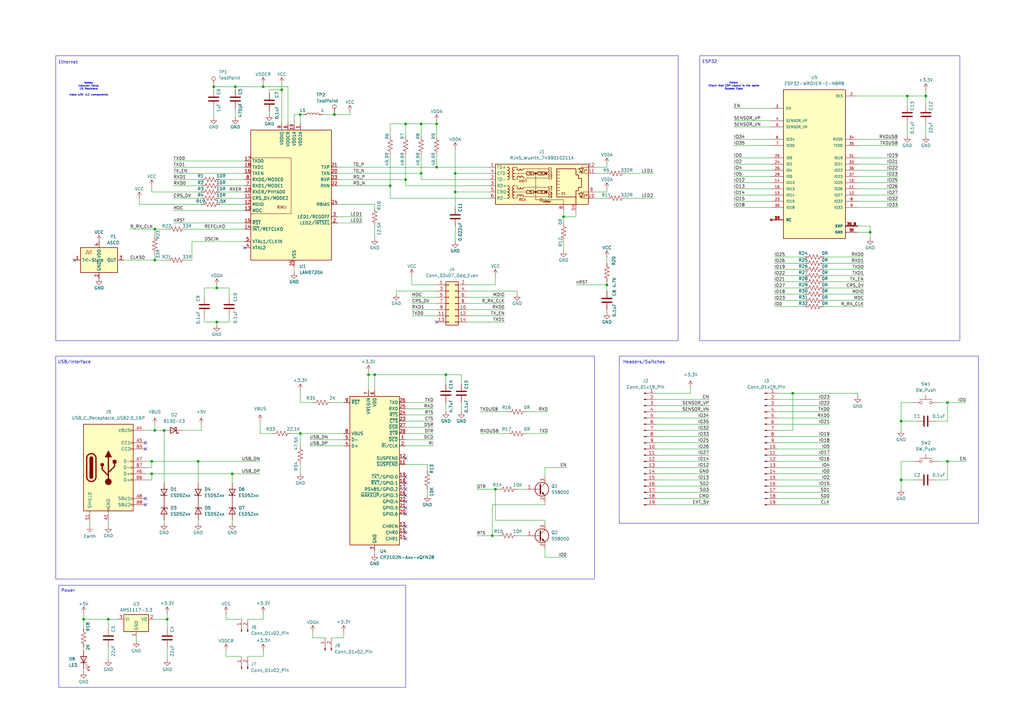
<source format=kicad_sch>
(kicad_sch (version 20250114) (generator "eeschema") (generator_version "9.0")
  (paper "A3")
  (rectangle (start 22.86 146.05) (end 243.84 237.49))
  (rectangle (start 22.86 22.86) (end 278.13 139.7))
  (rectangle (start 287.02 22.86) (end 393.7 139.7))
  (rectangle (start 24.13 240.03) (end 166.37 281.94))
  (rectangle (start 254 146.05) (end 401.32 214.63))
  (text "Notes:\nInductor Value\n1% Resistors\n\nmake with JLC components" (at 36.322 36.576 0) (effects (font (size 0.762 0.762))))
  (text "ESP32" (at 291.084 25.4 0) (effects (font (size 1.27 1.27))))
  (text "Ethernet" (at 27.94 25.654 0) (effects (font (size 1.27 1.27))))
  (text "USB/Interface" (at 30.48 148.59 0) (effects (font (size 1.27 1.27))))
  (text "Notes:\nCheck that ESP Layout is the same\nBypass Caps" (at 300.99 35.306 0) (effects (font (size 0.762 0.762))))
  (text "Power" (at 27.94 242.316 0) (effects (font (size 1.27 1.27))))
  (text "Headers/Switches" (at 264.16 148.59 0) (effects (font (size 1.27 1.27))))
  (junction (at 63.5 93.98))
  (junction (at 160.02 76.2))
  (junction (at 62.23 194.31))
  (junction (at 115.57 36.83))
  (junction (at 186.69 78.74))
  (junction (at 369.57 172.72))
  (junction (at 62.23 189.23))
  (junction (at 123.19 177.8))
  (junction (at 151.13 153.67))
  (junction (at 153.67 153.67))
  (junction (at 88.9 118.11))
  (junction (at 186.69 71.12))
  (junction (at 68.58 254))
  (junction (at 166.37 50.8))
  (junction (at 95.25 194.31))
  (junction (at 107.95 35.56))
  (junction (at 166.37 73.66))
  (junction (at 248.92 116.84))
  (junction (at 182.88 153.67))
  (junction (at 67.31 176.53))
  (junction (at 388.62 165.1))
  (junction (at 34.29 254))
  (junction (at 123.19 46.99))
  (junction (at 231.14 88.9))
  (junction (at 356.87 95.25))
  (junction (at 388.62 189.23))
  (junction (at 201.93 219.71))
  (junction (at 88.9 132.08))
  (junction (at 44.45 254))
  (junction (at 203.2 200.66))
  (junction (at 63.5 176.53))
  (junction (at 172.72 50.8))
  (junction (at 87.63 35.56))
  (junction (at 372.11 39.37))
  (junction (at 96.52 35.56))
  (junction (at 137.16 46.99))
  (junction (at 63.5 106.68))
  (junction (at 369.57 196.85))
  (junction (at 172.72 71.12))
  (junction (at 81.28 189.23))
  (junction (at 379.73 39.37))
  (junction (at 179.07 68.58))
  (junction (at 325.12 161.29))
  (junction (at 179.07 50.8))
  (no_connect (at 100.33 101.6))
  (no_connect (at 166.37 208.28))
  (no_connect (at 166.37 200.66))
  (no_connect (at 30.48 106.68))
  (no_connect (at 166.37 218.44))
  (no_connect (at 166.37 215.9))
  (no_connect (at 166.37 210.82))
  (no_connect (at 166.37 195.58))
  (no_connect (at 59.69 181.61))
  (no_connect (at 166.37 187.96))
  (no_connect (at 166.37 203.2))
  (no_connect (at 59.69 207.01))
  (no_connect (at 59.69 204.47))
  (no_connect (at 166.37 198.12))
  (no_connect (at 179.07 132.08))
  (no_connect (at 59.69 184.15))
  (no_connect (at 166.37 205.74))
  (no_connect (at 166.37 220.98))
  (wire (pts (xy 175.26 200.66) (xy 175.26 203.2)))
  (wire (pts (xy 300.99 85.09) (xy 316.23 85.09)))
  (wire (pts (xy 106.68 177.8) (xy 111.76 177.8)))
  (wire (pts (xy 318.77 171.45) (xy 340.36 171.45)))
  (wire (pts (xy 88.9 116.84) (xy 88.9 118.11)))
  (wire (pts (xy 189.23 157.48) (xy 189.23 153.67)))
  (wire (pts (xy 162.56 120.65) (xy 162.56 119.38)))
  (wire (pts (xy 88.9 118.11) (xy 83.82 118.11)))
  (wire (pts (xy 232.41 191.77) (xy 223.52 191.77)))
  (wire (pts (xy 318.77 163.83) (xy 340.36 163.83)))
  (wire (pts (xy 63.5 173.99) (xy 63.5 176.53)))
  (wire (pts (xy 168.91 127) (xy 179.07 127)))
  (wire (pts (xy 90.17 81.28) (xy 100.33 81.28)))
  (wire (pts (xy 318.77 184.15) (xy 340.36 184.15)))
  (wire (pts (xy 93.98 118.11) (xy 93.98 121.92)))
  (wire (pts (xy 177.8 177.8) (xy 166.37 177.8)))
  (wire (pts (xy 44.45 254) (xy 44.45 257.81)))
  (wire (pts (xy 267.97 81.28) (xy 256.54 81.28)))
  (wire (pts (xy 267.97 71.12) (xy 256.54 71.12)))
  (wire (pts (xy 110.49 38.1) (xy 110.49 36.83)))
  (wire (pts (xy 44.45 254) (xy 48.26 254)))
  (wire (pts (xy 168.91 121.92) (xy 179.07 121.92)))
  (wire (pts (xy 177.8 170.18) (xy 166.37 170.18)))
  (wire (pts (xy 300.99 72.39) (xy 316.23 72.39)))
  (wire (pts (xy 318.77 191.77) (xy 340.36 191.77)))
  (wire (pts (xy 135.89 165.1) (xy 140.97 165.1)))
  (wire (pts (xy 62.23 194.31) (xy 59.69 194.31)))
  (wire (pts (xy 128.27 259.08) (xy 128.27 261.62)))
  (wire (pts (xy 93.98 129.54) (xy 93.98 132.08)))
  (wire (pts (xy 62.23 191.77) (xy 62.23 189.23)))
  (wire (pts (xy 81.28 189.23) (xy 81.28 198.12)))
  (wire (pts (xy 203.2 200.66) (xy 203.2 213.36)))
  (wire (pts (xy 318.77 201.93) (xy 340.36 201.93)))
  (wire (pts (xy 243.84 78.74) (xy 248.92 78.74)))
  (wire (pts (xy 166.37 76.2) (xy 200.66 76.2)))
  (wire (pts (xy 166.37 190.5) (xy 175.26 190.5)))
  (wire (pts (xy 223.52 224.79) (xy 223.52 228.6)))
  (wire (pts (xy 63.5 93.98) (xy 68.58 93.98)))
  (wire (pts (xy 351.79 74.93) (xy 368.3 74.93)))
  (wire (pts (xy 53.34 93.98) (xy 63.5 93.98)))
  (wire (pts (xy 132.08 46.99) (xy 137.16 46.99)))
  (wire (pts (xy 172.72 63.5) (xy 172.72 71.12)))
  (wire (pts (xy 196.85 177.8) (xy 208.28 177.8)))
  (wire (pts (xy 351.79 85.09) (xy 368.3 85.09)))
  (wire (pts (xy 115.57 36.83) (xy 115.57 50.8)))
  (wire (pts (xy 76.2 106.68) (xy 78.74 106.68)))
  (wire (pts (xy 92.71 251.46) (xy 92.71 254)))
  (wire (pts (xy 337.82 118.11) (xy 354.33 118.11)))
  (wire (pts (xy 106.68 194.31) (xy 95.25 194.31)))
  (wire (pts (xy 300.99 49.53) (xy 316.23 49.53)))
  (wire (pts (xy 177.8 175.26) (xy 166.37 175.26)))
  (wire (pts (xy 166.37 73.66) (xy 166.37 76.2)))
  (wire (pts (xy 351.79 80.01) (xy 368.3 80.01)))
  (wire (pts (xy 71.12 71.12) (xy 100.33 71.12)))
  (wire (pts (xy 95.25 194.31) (xy 62.23 194.31)))
  (wire (pts (xy 351.79 69.85) (xy 368.3 69.85)))
  (wire (pts (xy 317.5 113.03) (xy 330.2 113.03)))
  (wire (pts (xy 317.5 105.41) (xy 330.2 105.41)))
  (wire (pts (xy 96.52 44.45) (xy 96.52 48.26)))
  (wire (pts (xy 388.62 172.72) (xy 388.62 165.1)))
  (wire (pts (xy 203.2 116.84) (xy 203.2 113.03)))
  (wire (pts (xy 223.52 207.01) (xy 223.52 205.74)))
  (wire (pts (xy 88.9 118.11) (xy 93.98 118.11)))
  (wire (pts (xy 248.92 68.58) (xy 248.92 67.31)))
  (wire (pts (xy 318.77 194.31) (xy 340.36 194.31)))
  (wire (pts (xy 153.67 153.67) (xy 182.88 153.67)))
  (wire (pts (xy 191.77 116.84) (xy 203.2 116.84)))
  (wire (pts (xy 201.93 219.71) (xy 201.93 207.01)))
  (wire (pts (xy 153.67 153.67) (xy 153.67 160.02)))
  (wire (pts (xy 369.57 189.23) (xy 369.57 196.85)))
  (wire (pts (xy 81.28 189.23) (xy 62.23 189.23)))
  (wire (pts (xy 123.19 165.1) (xy 128.27 165.1)))
  (wire (pts (xy 63.5 106.68) (xy 68.58 106.68)))
  (wire (pts (xy 115.57 34.29) (xy 115.57 36.83)))
  (wire (pts (xy 388.62 196.85) (xy 388.62 189.23)))
  (wire (pts (xy 68.58 254) (xy 68.58 251.46)))
  (wire (pts (xy 153.67 153.67) (xy 151.13 153.67)))
  (wire (pts (xy 127 180.34) (xy 140.97 180.34)))
  (wire (pts (xy 59.69 191.77) (xy 62.23 191.77)))
  (wire (pts (xy 68.58 254) (xy 68.58 257.81)))
  (wire (pts (xy 283.21 161.29) (xy 283.21 158.75)))
  (wire (pts (xy 168.91 124.46) (xy 179.07 124.46)))
  (wire (pts (xy 248.92 105.41) (xy 248.92 107.95)))
  (wire (pts (xy 248.92 78.74) (xy 248.92 77.47)))
  (wire (pts (xy 153.67 85.09) (xy 153.67 83.82)))
  (wire (pts (xy 351.79 72.39) (xy 368.3 72.39)))
  (wire (pts (xy 269.24 173.99) (xy 290.83 173.99)))
  (wire (pts (xy 269.24 201.93) (xy 290.83 201.93)))
  (wire (pts (xy 317.5 118.11) (xy 330.2 118.11)))
  (wire (pts (xy 300.99 59.69) (xy 316.23 59.69)))
  (wire (pts (xy 374.65 165.1) (xy 369.57 165.1)))
  (wire (pts (xy 118.11 35.56) (xy 107.95 35.56)))
  (wire (pts (xy 101.6 254) (xy 107.95 254)))
  (wire (pts (xy 34.29 274.32) (xy 34.29 275.59)))
  (wire (pts (xy 200.66 78.74) (xy 186.69 78.74)))
  (wire (pts (xy 44.45 265.43) (xy 44.45 270.51)))
  (wire (pts (xy 351.79 162.56) (xy 351.79 161.29)))
  (wire (pts (xy 337.82 115.57) (xy 354.33 115.57)))
  (wire (pts (xy 186.69 60.96) (xy 186.69 71.12)))
  (wire (pts (xy 318.77 186.69) (xy 340.36 186.69)))
  (wire (pts (xy 269.24 191.77) (xy 290.83 191.77)))
  (wire (pts (xy 175.26 190.5) (xy 175.26 193.04)))
  (wire (pts (xy 369.57 165.1) (xy 369.57 172.72)))
  (wire (pts (xy 203.2 200.66) (xy 204.47 200.66)))
  (wire (pts (xy 44.45 215.9) (xy 44.45 214.63)))
  (wire (pts (xy 123.19 177.8) (xy 140.97 177.8)))
  (wire (pts (xy 138.43 76.2) (xy 160.02 76.2)))
  (wire (pts (xy 92.71 269.24) (xy 99.06 269.24)))
  (wire (pts (xy 71.12 81.28) (xy 82.55 81.28)))
  (wire (pts (xy 318.77 196.85) (xy 340.36 196.85)))
  (wire (pts (xy 186.69 78.74) (xy 186.69 85.09)))
  (wire (pts (xy 71.12 68.58) (xy 100.33 68.58)))
  (wire (pts (xy 318.77 173.99) (xy 340.36 173.99)))
  (wire (pts (xy 269.24 199.39) (xy 290.83 199.39)))
  (wire (pts (xy 81.28 189.23) (xy 106.68 189.23)))
  (wire (pts (xy 177.8 180.34) (xy 166.37 180.34)))
  (wire (pts (xy 379.73 50.8) (xy 379.73 55.88)))
  (wire (pts (xy 87.63 35.56) (xy 87.63 36.83)))
  (wire (pts (xy 195.58 200.66) (xy 203.2 200.66)))
  (wire (pts (xy 212.09 219.71) (xy 215.9 219.71)))
  (wire (pts (xy 172.72 73.66) (xy 200.66 73.66)))
  (wire (pts (xy 90.17 83.82) (xy 100.33 83.82)))
  (wire (pts (xy 82.55 173.99) (xy 82.55 176.53)))
  (wire (pts (xy 151.13 153.67) (xy 151.13 160.02)))
  (wire (pts (xy 325.12 161.29) (xy 351.79 161.29)))
  (wire (pts (xy 372.11 50.8) (xy 372.11 55.88)))
  (wire (pts (xy 100.33 73.66) (xy 90.17 73.66)))
  (wire (pts (xy 62.23 76.2) (xy 62.23 78.74)))
  (wire (pts (xy 82.55 176.53) (xy 74.93 176.53)))
  (wire (pts (xy 231.14 99.06) (xy 231.14 102.87)))
  (wire (pts (xy 201.93 207.01) (xy 223.52 207.01)))
  (wire (pts (xy 269.24 171.45) (xy 290.83 171.45)))
  (wire (pts (xy 78.74 99.06) (xy 100.33 99.06)))
  (wire (pts (xy 177.8 172.72) (xy 166.37 172.72)))
  (wire (pts (xy 318.77 179.07) (xy 340.36 179.07)))
  (wire (pts (xy 337.82 105.41) (xy 354.33 105.41)))
  (wire (pts (xy 166.37 63.5) (xy 166.37 73.66)))
  (wire (pts (xy 67.31 176.53) (xy 67.31 198.12)))
  (wire (pts (xy 325.12 161.29) (xy 325.12 176.53)))
  (wire (pts (xy 300.99 80.01) (xy 316.23 80.01)))
  (wire (pts (xy 317.5 107.95) (xy 330.2 107.95)))
  (wire (pts (xy 34.29 251.46) (xy 34.29 254)))
  (wire (pts (xy 189.23 165.1) (xy 189.23 168.91)))
  (wire (pts (xy 50.8 106.68) (xy 63.5 106.68)))
  (wire (pts (xy 300.99 64.77) (xy 316.23 64.77)))
  (wire (pts (xy 337.82 120.65) (xy 354.33 120.65)))
  (wire (pts (xy 95.25 214.63) (xy 95.25 213.36)))
  (wire (pts (xy 248.92 128.27) (xy 248.92 127)))
  (wire (pts (xy 356.87 92.71) (xy 356.87 95.25)))
  (wire (pts (xy 166.37 50.8) (xy 166.37 55.88)))
  (wire (pts (xy 300.99 44.45) (xy 316.23 44.45)))
  (wire (pts (xy 127 182.88) (xy 140.97 182.88)))
  (wire (pts (xy 107.95 269.24) (xy 107.95 266.7)))
  (wire (pts (xy 160.02 76.2) (xy 160.02 81.28)))
  (wire (pts (xy 128.27 261.62) (xy 133.35 261.62)))
  (wire (pts (xy 160.02 81.28) (xy 200.66 81.28)))
  (wire (pts (xy 269.24 161.29) (xy 283.21 161.29)))
  (wire (pts (xy 153.67 227.33) (xy 153.67 226.06)))
  (wire (pts (xy 57.15 83.82) (xy 82.55 83.82)))
  (wire (pts (xy 179.07 50.8) (xy 172.72 50.8)))
  (wire (pts (xy 269.24 166.37) (xy 290.83 166.37)))
  (wire (pts (xy 138.43 68.58) (xy 179.07 68.58)))
  (wire (pts (xy 388.62 165.1) (xy 384.81 165.1)))
  (wire (pts (xy 71.12 86.36) (xy 100.33 86.36)))
  (wire (pts (xy 337.82 123.19) (xy 354.33 123.19)))
  (wire (pts (xy 318.77 181.61) (xy 340.36 181.61)))
  (wire (pts (xy 317.5 115.57) (xy 330.2 115.57)))
  (wire (pts (xy 269.24 204.47) (xy 290.83 204.47)))
  (wire (pts (xy 318.77 199.39) (xy 340.36 199.39)))
  (wire (pts (xy 179.07 55.88) (xy 179.07 50.8)))
  (wire (pts (xy 63.5 176.53) (xy 59.69 176.53)))
  (wire (pts (xy 269.24 194.31) (xy 290.83 194.31)))
  (wire (pts (xy 351.79 92.71) (xy 356.87 92.71)))
  (wire (pts (xy 62.23 78.74) (xy 82.55 78.74)))
  (wire (pts (xy 300.99 77.47) (xy 316.23 77.47)))
  (wire (pts (xy 300.99 57.15) (xy 316.23 57.15)))
  (wire (pts (xy 153.67 92.71) (xy 153.67 97.79)))
  (wire (pts (xy 379.73 36.83) (xy 379.73 39.37)))
  (wire (pts (xy 123.19 46.99) (xy 123.19 50.8)))
  (wire (pts (xy 196.85 168.91) (xy 208.28 168.91)))
  (wire (pts (xy 57.15 81.28) (xy 57.15 83.82)))
  (wire (pts (xy 383.54 196.85) (xy 388.62 196.85)))
  (wire (pts (xy 177.8 165.1) (xy 166.37 165.1)))
  (wire (pts (xy 83.82 129.54) (xy 83.82 132.08)))
  (wire (pts (xy 182.88 165.1) (xy 182.88 168.91)))
  (wire (pts (xy 138.43 88.9) (xy 148.59 88.9)))
  (wire (pts (xy 248.92 116.84) (xy 248.92 119.38)))
  (wire (pts (xy 269.24 168.91) (xy 290.83 168.91)))
  (wire (pts (xy 368.3 57.15) (xy 351.79 57.15)))
  (wire (pts (xy 120.65 109.22) (xy 120.65 111.76)))
  (wire (pts (xy 92.71 254) (xy 99.06 254)))
  (wire (pts (xy 62.23 189.23) (xy 59.69 189.23)))
  (wire (pts (xy 236.22 116.84) (xy 248.92 116.84)))
  (wire (pts (xy 59.69 196.85) (xy 62.23 196.85)))
  (wire (pts (xy 318.77 176.53) (xy 325.12 176.53)))
  (wire (pts (xy 388.62 165.1) (xy 396.24 165.1)))
  (wire (pts (xy 207.01 132.08) (xy 191.77 132.08)))
  (wire (pts (xy 93.98 132.08) (xy 88.9 132.08)))
  (wire (pts (xy 351.79 82.55) (xy 368.3 82.55)))
  (wire (pts (xy 160.02 50.8) (xy 166.37 50.8)))
  (wire (pts (xy 55.88 261.62) (xy 55.88 262.89)))
  (wire (pts (xy 68.58 265.43) (xy 68.58 270.51)))
  (wire (pts (xy 118.11 50.8) (xy 118.11 35.56)))
  (wire (pts (xy 138.43 73.66) (xy 166.37 73.66)))
  (wire (pts (xy 34.29 254) (xy 44.45 254)))
  (wire (pts (xy 119.38 177.8) (xy 123.19 177.8)))
  (wire (pts (xy 135.89 261.62) (xy 140.97 261.62)))
  (wire (pts (xy 191.77 129.54) (xy 207.01 129.54)))
  (wire (pts (xy 318.77 204.47) (xy 340.36 204.47)))
  (wire (pts (xy 224.79 168.91) (xy 215.9 168.91)))
  (wire (pts (xy 203.2 213.36) (xy 223.52 213.36)))
  (wire (pts (xy 76.2 93.98) (xy 100.33 93.98)))
  (wire (pts (xy 269.24 196.85) (xy 290.83 196.85)))
  (wire (pts (xy 137.16 46.99) (xy 143.51 46.99)))
  (wire (pts (xy 36.83 214.63) (xy 36.83 215.9)))
  (wire (pts (xy 236.22 86.36) (xy 236.22 88.9)))
  (wire (pts (xy 172.72 50.8) (xy 172.72 55.88)))
  (wire (pts (xy 177.8 167.64) (xy 166.37 167.64)))
  (wire (pts (xy 83.82 132.08) (xy 88.9 132.08)))
  (wire (pts (xy 223.52 228.6) (xy 232.41 228.6)))
  (wire (pts (xy 182.88 153.67) (xy 182.88 157.48)))
  (wire (pts (xy 317.5 125.73) (xy 330.2 125.73)))
  (wire (pts (xy 351.79 95.25) (xy 356.87 95.25)))
  (wire (pts (xy 369.57 172.72) (xy 369.57 176.53)))
  (wire (pts (xy 110.49 36.83) (xy 115.57 36.83)))
  (wire (pts (xy 67.31 214.63) (xy 67.31 213.36)))
  (wire (pts (xy 162.56 119.38) (xy 179.07 119.38)))
  (wire (pts (xy 269.24 163.83) (xy 290.83 163.83)))
  (wire (pts (xy 63.5 104.14) (xy 63.5 106.68)))
  (wire (pts (xy 101.6 269.24) (xy 107.95 269.24)))
  (wire (pts (xy 351.79 67.31) (xy 368.3 67.31)))
  (wire (pts (xy 201.93 219.71) (xy 204.47 219.71)))
  (wire (pts (xy 140.97 261.62) (xy 140.97 259.08)))
  (wire (pts (xy 186.69 78.74) (xy 186.69 71.12)))
  (wire (pts (xy 123.19 177.8) (xy 123.19 182.88)))
  (wire (pts (xy 34.29 265.43) (xy 34.29 266.7)))
  (wire (pts (xy 369.57 196.85) (xy 375.92 196.85)))
  (wire (pts (xy 189.23 153.67) (xy 182.88 153.67)))
  (wire (pts (xy 243.84 68.58) (xy 248.92 68.58)))
  (wire (pts (xy 337.82 125.73) (xy 354.33 125.73)))
  (wire (pts (xy 318.77 189.23) (xy 340.36 189.23)))
  (wire (pts (xy 143.51 46.99) (xy 143.51 45.72)))
  (wire (pts (xy 317.5 120.65) (xy 330.2 120.65)))
  (wire (pts (xy 351.79 59.69) (xy 368.3 59.69)))
  (wire (pts (xy 172.72 71.12) (xy 172.72 73.66)))
  (wire (pts (xy 388.62 189.23) (xy 396.24 189.23)))
  (wire (pts (xy 107.95 35.56) (xy 96.52 35.56)))
  (wire (pts (xy 120.65 50.8) (xy 120.65 46.99)))
  (wire (pts (xy 379.73 39.37) (xy 379.73 43.18)))
  (wire (pts (xy 212.09 119.38) (xy 191.77 119.38)))
  (wire (pts (xy 67.31 176.53) (xy 63.5 176.53)))
  (wire (pts (xy 269.24 179.07) (xy 290.83 179.07)))
  (wire (pts (xy 71.12 76.2) (xy 82.55 76.2)))
  (wire (pts (xy 34.29 254) (xy 34.29 257.81)))
  (wire (pts (xy 379.73 39.37) (xy 372.11 39.37)))
  (wire (pts (xy 96.52 35.56) (xy 96.52 36.83)))
  (wire (pts (xy 195.58 219.71) (xy 201.93 219.71)))
  (wire (pts (xy 179.07 116.84) (xy 168.91 116.84)))
  (wire (pts (xy 207.01 121.92) (xy 191.77 121.92)))
  (wire (pts (xy 269.24 207.01) (xy 290.83 207.01)))
  (wire (pts (xy 224.79 177.8) (xy 215.9 177.8)))
  (wire (pts (xy 153.67 83.82) (xy 138.43 83.82)))
  (wire (pts (xy 388.62 189.23) (xy 384.81 189.23)))
  (wire (pts (xy 212.09 200.66) (xy 215.9 200.66)))
  (wire (pts (xy 351.79 39.37) (xy 372.11 39.37)))
  (wire (pts (xy 231.14 86.36) (xy 231.14 88.9)))
  (wire (pts (xy 317.5 123.19) (xy 330.2 123.19)))
  (wire (pts (xy 62.23 196.85) (xy 62.23 194.31)))
  (wire (pts (xy 90.17 78.74) (xy 100.33 78.74)))
  (wire (pts (xy 88.9 132.08) (xy 88.9 133.35)))
  (wire (pts (xy 269.24 176.53) (xy 290.83 176.53)))
  (wire (pts (xy 71.12 66.04) (xy 100.33 66.04)))
  (wire (pts (xy 106.68 172.72) (xy 106.68 177.8)))
  (wire (pts (xy 243.84 71.12) (xy 248.92 71.12)))
  (wire (pts (xy 318.77 207.01) (xy 340.36 207.01)))
  (wire (pts (xy 337.82 107.95) (xy 354.33 107.95)))
  (wire (pts (xy 166.37 50.8) (xy 172.72 50.8)))
  (wire (pts (xy 207.01 124.46) (xy 191.77 124.46)))
  (wire (pts (xy 138.43 71.12) (xy 172.72 71.12)))
  (wire (pts (xy 372.11 43.18) (xy 372.11 39.37)))
  (wire (pts (xy 78.74 106.68) (xy 78.74 99.06)))
  (wire (pts (xy 356.87 95.25) (xy 356.87 97.79)))
  (wire (pts (xy 269.24 186.69) (xy 290.83 186.69)))
  (wire (pts (xy 71.12 91.44) (xy 100.33 91.44)))
  (wire (pts (xy 179.07 68.58) (xy 200.66 68.58)))
  (wire (pts (xy 120.65 46.99) (xy 123.19 46.99)))
  (wire (pts (xy 269.24 184.15) (xy 290.83 184.15)))
  (wire (pts (xy 300.99 74.93) (xy 316.23 74.93)))
  (wire (pts (xy 300.99 69.85) (xy 316.23 69.85)))
  (wire (pts (xy 207.01 127) (xy 191.77 127)))
  (wire (pts (xy 95.25 194.31) (xy 95.25 198.12)))
  (wire (pts (xy 110.49 46.99) (xy 110.49 45.72)))
  (wire (pts (xy 90.17 76.2) (xy 100.33 76.2)))
  (wire (pts (xy 318.77 166.37) (xy 340.36 166.37)))
  (wire (pts (xy 177.8 182.88) (xy 166.37 182.88)))
  (wire (pts (xy 317.5 110.49) (xy 330.2 110.49)))
  (wire (pts (xy 160.02 55.88) (xy 160.02 50.8)))
  (wire (pts (xy 151.13 152.4) (xy 151.13 153.67)))
  (wire (pts (xy 63.5 96.52) (xy 63.5 93.98)))
  (wire (pts (xy 168.91 116.84) (xy 168.91 113.03)))
  (wire (pts (xy 337.82 113.03) (xy 354.33 113.03)))
  (wire (pts (xy 138.43 91.44) (xy 148.59 91.44)))
  (wire (pts (xy 71.12 73.66) (xy 82.55 73.66)))
  (wire (pts (xy 123.19 160.02) (xy 123.19 165.1)))
  (wire (pts (xy 300.99 52.07) (xy 316.23 52.07)))
  (wire (pts (xy 87.63 44.45) (xy 87.63 48.26)))
  (wire (pts (xy 383.54 172.72) (xy 388.62 172.72)))
  (wire (pts (xy 186.69 92.71) (xy 186.69 99.06)))
  (wire (pts (xy 300.99 67.31) (xy 316.23 67.31)))
  (wire (pts (xy 248.92 115.57) (xy 248.92 116.84)))
  (wire (pts (xy 107.95 254) (xy 107.95 251.46)))
  (wire (pts (xy 351.79 77.47) (xy 368.3 77.47)))
  (wire (pts (xy 81.28 214.63) (xy 81.28 213.36)))
  (wire (pts (xy 123.19 46.99) (xy 124.46 46.99)))
  (wire (pts (xy 92.71 266.7) (xy 92.71 269.24)))
  (wire (pts (xy 83.82 118.11) (xy 83.82 121.92)))
  (wire (pts (xy 123.19 190.5) (xy 123.19 194.31)))
  (wire (pts (xy 223.52 213.36) (xy 223.52 214.63)))
  (wire (pts (xy 107.95 34.29) (xy 107.95 35.56)))
  (wire (pts (xy 212.09 120.65) (xy 212.09 119.38)))
  (wire (pts (xy 96.52 35.56) (xy 87.63 35.56)))
  (wire (pts (xy 337.82 110.49) (xy 354.33 110.49)))
  (wire (pts (xy 168.91 129.54) (xy 179.07 129.54)))
  (wire (pts (xy 179.07 63.5) (xy 179.07 68.58)))
  (wire (pts (xy 300.99 82.55) (xy 316.23 82.55)))
  (wire (pts (xy 351.79 64.77) (xy 368.3 64.77)))
  (wire (pts (xy 231.14 88.9) (xy 231.14 91.44)))
  (wire (pts (xy 236.22 88.9) (xy 231.14 88.9)))
  (wire (pts (xy 369.57 172.72) (xy 375.92 172.72)))
  (wire (pts (xy 318.77 168.91) (xy 340.36 168.91)))
  (wire (pts (xy 223.52 191.77) (xy 223.52 195.58)))
  (wire (pts (xy 269.24 181.61) (xy 290.83 181.61)))
  (wire (pts (xy 269.24 189.23) (xy 290.83 189.23)))
  (wire (pts (xy 63.5 254) (xy 68.58 254)))
  (wire (pts (xy 243.84 81.28) (xy 248.92 81.28)))
  (wire (pts (xy 179.07 49.53) (xy 179.07 50.8)))
  (wire (pts (xy 369.57 196.85) (xy 369.57 200.66)))
  (wire (pts (xy 186.69 71.12) (xy 200.66 71.12)))
  (wire (pts (xy 318.77 161.29) (xy 325.12 161.29)))
  (wire (pts (xy 160.02 63.5) (xy 160.02 76.2)))
  (wire (pts (xy 374.65 189.23) (xy 369.57 189.23)))
  (label "SENSOR_VP" (at 300.99 49.53 0))
  (label "DTR" (at 195.58 200.66 0))
  (label "RI" (at 177.8 182.88 180))
  (label "RXD1" (at 168.91 127 0))
  (label "TX_EN" (at 354.33 115.57 180))
  (label "IO22" (at 317.5 113.03 0))
  (label "IO18" (at 317.5 120.65 0))
  (label "MDC" (at 354.33 123.19 180))
  (label "OSCIN" (at 83.82 99.06 0))
  (label "R_RX_CLK" (at 354.33 125.73 180))
  (label "SD0" (at 340.36 204.47 180))
  (label "TXDUSB" (at 196.85 168.91 0))
  (label "IO26" (at 317.5 107.95 0))
  (label "RXD1" (at 71.12 73.66 0))
  (label "IO0" (at 396.24 165.1 180))
  (label "EXT_5V" (at 290.83 207.01 180))
  (label "IO18" (at 340.36 181.61 180))
  (label "RXDUSB" (at 368.3 57.15 180))
  (label "CTS" (at 177.8 172.72 180))
  (label "RXD0" (at 71.12 76.2 0))
  (label "IO34" (at 290.83 171.45 180))
  (label "MDIO" (at 354.33 120.65 180))
  (label "SENSOR_VP" (at 290.83 166.37 180))
  (label "RXD0" (at 207.01 127 180))
  (label "LED2" (at 148.59 91.44 180))
  (label "IO12" (at 300.99 74.93 0))
  (label "USB_DP" (at 127 182.88 0))
  (label "TXD1" (at 207.01 132.08 180))
  (label "TXD0" (at 71.12 66.04 0))
  (label "TXDUSB" (at 368.3 59.69 180))
  (label "IO19" (at 317.5 110.49 0))
  (label "SENSOR_VN" (at 300.99 52.07 0))
  (label "IO34" (at 300.99 57.15 0))
  (label "EN" (at 300.99 44.45 0))
  (label "TXD0" (at 354.33 110.49 180))
  (label "EN" (at 290.83 163.83 180))
  (label "TX_EN" (at 207.01 129.54 180))
  (label "IO2" (at 340.36 196.85 180))
  (label "GND" (at 290.83 194.31 180))
  (label "IO4" (at 340.36 191.77 180))
  (label "RD_P" (at 144.78 73.66 0))
  (label "RXD0" (at 354.33 105.41 180))
  (label "IO32" (at 368.3 82.55 180))
  (label "IO33" (at 290.83 179.07 180))
  (label "REFCLKO" (at 83.82 93.98 0))
  (label "IO19" (at 340.36 179.07 180))
  (label "USB_DP" (at 106.68 194.31 180))
  (label "RXD" (at 177.8 167.64 180))
  (label "USB_DN" (at 106.68 189.23 180))
  (label "IO32" (at 290.83 176.53 180))
  (label "EN" (at 232.41 191.77 180))
  (label "CRS_DV" (at 71.12 81.28 0))
  (label "RTS" (at 195.58 219.71 0))
  (label "IO15" (at 300.99 82.55 0))
  (label "IO5" (at 340.36 184.15 180))
  (label "TD_N" (at 144.78 71.12 0))
  (label "MDC" (at 168.91 121.92 0))
  (label "EN" (at 396.24 189.23 180))
  (label "RXD1" (at 354.33 107.95 180))
  (label "IO14" (at 290.83 189.23 180))
  (label "IO25" (at 290.83 181.61 180))
  (label "RD_N" (at 144.78 76.2 0))
  (label "TXD1" (at 354.33 113.03 180))
  (label "LED2" (at 267.97 81.28 180))
  (label "TD_P" (at 144.78 68.58 0))
  (label "IO35" (at 300.99 59.69 0))
  (label "CLK50" (at 53.34 106.68 0))
  (label "USB_DN" (at 127 180.34 0))
  (label "RXD0" (at 340.36 171.45 180))
  (label "IO26" (at 368.3 77.47 180))
  (label "TXD0" (at 168.91 129.54 0))
  (label "CLK" (at 340.36 207.01 180))
  (label "TXD" (at 224.79 177.8 180))
  (label "R_RX_CLK" (at 207.01 124.46 180))
  (label "DSR" (at 177.8 175.26 180))
  (label "IO17" (at 340.36 186.69 180))
  (label "RTS" (at 177.8 170.18 180))
  (label "SENSOR_VN" (at 290.83 168.91 180))
  (label "SD3" (at 290.83 201.93 180))
  (label "DTR" (at 177.8 177.8 180))
  (label "IO0" (at 300.99 64.77 0))
  (label "IO15" (at 340.36 199.39 180))
  (label "RXER" (at 93.98 78.74 0))
  (label "IO5" (at 300.99 72.39 0))
  (label "IO14" (at 300.99 80.01 0))
  (label "IO2" (at 300.99 67.31 0))
  (label "TXD1" (at 71.12 68.58 0))
  (label "TXD0" (at 340.36 168.91 180))
  (label "nRST" (at 71.12 91.44 0))
  (label "IO25" (at 368.3 74.93 180))
  (label "IO35" (at 290.83 173.99 180))
  (label "IO4" (at 300.99 69.85 0))
  (label "RXDUSB" (at 196.85 177.8 0))
  (label "MDIO" (at 207.01 121.92 180))
  (label "IO22" (at 368.3 69.85 180))
  (label "IO21" (at 340.36 173.99 180))
  (label "IO13" (at 300.99 77.47 0))
  (label "IO21" (at 317.5 115.57 0))
  (label "IO23" (at 368.3 72.39 180))
  (label "IO26" (at 290.83 184.15 180))
  (label "nRST" (at 236.22 116.84 0))
  (label "IO19" (at 368.3 64.77 180))
  (label "IO16" (at 340.36 189.23 180))
  (label "SD2" (at 290.83 199.39 180))
  (label "IO21" (at 368.3 67.31 180))
  (label "DCD" (at 177.8 180.34 180))
  (label "LED1" (at 148.59 88.9 180))
  (label "IO0" (at 340.36 194.31 180))
  (label "IO22" (at 340.36 166.37 180))
  (label "IO27" (at 317.5 118.11 0))
  (label "IO18" (at 300.99 85.09 0))
  (label "IO12" (at 290.83 191.77 180))
  (label "IO23" (at 340.36 163.83 180))
  (label "IO25" (at 317.5 105.41 0))
  (label "RXD" (at 224.79 168.91 180))
  (label "IO23" (at 317.5 123.19 0))
  (label "CMD" (at 290.83 204.47 180))
  (label "TX_EN" (at 71.12 71.12 0))
  (label "IO13" (at 290.83 196.85 180))
  (label "MDC" (at 71.12 86.36 0))
  (label "CRS_DV" (at 168.91 124.46 0))
  (label "IO0" (at 232.41 228.6 180))
  (label "CRS_DV" (at 354.33 118.11 180))
  (label "R_RX_CLK" (at 53.34 93.98 0))
  (label "LED1" (at 267.97 71.12 180))
  (label "IO33" (at 368.3 85.09 180))
  (label "IO27" (at 368.3 80.01 180))
  (label "IO27" (at 290.83 186.69 180))
  (label "IO0" (at 317.5 125.73 0))
  (label "SD1" (at 340.36 201.93 180))
  (label "TXD" (at 177.8 165.1 180))
  (symbol (lib_id "power:+3.3V") (at 140.97 259.08 0) (unit 1)
    (property "Reference" "#PWR063" (effects (hide yes)))
    (property "Value" "+3.3V" (at 140.97 255.016 0))
    (property "Description" "Power symbol creates a global label with name \"+3.3V\"" (effects (hide yes)))
  )
  (symbol (lib_id "power:GND") (at 34.29 275.59 0) (unit 1)
    (property "Reference" "#PWR025" (effects (hide yes)))
    (property "Value" "GND" (at 34.29 279.654 0))
    (property "Description" "Power symbol creates a global label with name \"GND\" , ground" (effects (hide yes)))
  )
  (symbol (lib_id "Device:R_US") (at 334.01 105.41 90) (unit 1)
    (property "Reference" "R24" (at 329.438 103.886 90))
    (property "Value" "0R" (at 338.328 103.886 90))
    (property "Footprint" "Jumper:SolderJumper-2_P1.3mm_Bridged2Bar_RoundedPad1.0x1.5mm" (effects (hide yes)))
    (property "Description" "Resistor, US symbol" (effects (hide yes)))
  )
  (symbol (lib_id "Device:C") (at 372.11 46.99 0) (unit 1)
    (property "Reference" "C13" (at 374.142 43.434 90))
    (property "Value" "0.1uF" (at 374.142 52.324 90))
    (property "Footprint" "Capacitor_SMD:C_0603_1608Metric" (effects (hide yes)))
    (property "Description" "Unpolarized capacitor" (effects (hide yes)))
  )
  (symbol (lib_id "power:GND") (at 248.92 128.27 0) (unit 1)
    (property "Reference" "#PWR036" (effects (hide yes)))
    (property "Value" "GND" (at 248.92 132.08 0))
    (property "Description" "Power symbol creates a global label with name \"GND\" , ground" (effects (hide yes)))
  )
  (symbol (lib_id "Device:R_US") (at 72.39 93.98 270) (unit 1)
    (property "Reference" "R22" (at 68.326 92.71 90))
    (property "Value" "33R" (at 76.708 92.71 90))
    (property "Footprint" "Resistor_SMD:R_0402_1005Metric" (effects (hide yes)))
    (property "Description" "Resistor, US symbol" (effects (hide yes)))
  )
  (symbol (lib_id "power:+3.3V") (at 107.95 266.7 0) (unit 1)
    (property "Reference" "#PWR059" (effects (hide yes)))
    (property "Value" "+3.3V" (at 107.95 262.636 0))
    (property "Description" "Power symbol creates a global label with name \"+3.3V\"" (effects (hide yes)))
  )
  (symbol (lib_id "Device:R_US") (at 334.01 120.65 90) (unit 1)
    (property "Reference" "R30" (at 329.438 119.38 90))
    (property "Value" "0R" (at 338.328 119.38 90))
    (property "Footprint" "Jumper:SolderJumper-2_P1.3mm_Bridged2Bar_RoundedPad1.0x1.5mm" (effects (hide yes)))
    (property "Description" "Resistor, US symbol" (effects (hide yes)))
  )
  (symbol (lib_id "Device:R_US") (at 179.07 59.69 0) (unit 1)
    (property "Reference" "R9" (at 177.8 55.88 90))
    (property "Value" "49.9R" (at 177.8 65.278 90))
    (property "Footprint" "Resistor_SMD:R_0402_1005Metric" (effects (hide yes)))
    (property "Description" "Resistor, US symbol" (effects (hide yes)))
  )
  (symbol (lib_id "Device:R_US") (at 86.36 81.28 270) (unit 1)
    (property "Reference" "R4" (at 82.296 80.01 90))
    (property "Value" "10R" (at 90.678 80.01 90))
    (property "Footprint" "Resistor_SMD:R_0603_1608Metric" (effects (hide yes)))
    (property "Description" "Resistor, US symbol" (effects (hide yes)))
  )
  (symbol (lib_id "power:+3.3V") (at 283.21 158.75 0) (unit 1)
    (property "Reference" "#PWR022" (effects (hide yes)))
    (property "Value" "+3.3V" (at 283.21 153.67 0))
    (property "Description" "Power symbol creates a global label with name \"+3.3V\"" (effects (hide yes)))
  )
  (symbol (lib_id "power:GND") (at 44.45 215.9 0) (unit 1)
    (property "Reference" "#PWR016" (effects (hide yes)))
    (property "Value" "GND" (at 44.45 219.71 0))
    (property "Description" "Power symbol creates a global label with name \"GND\" , ground" (effects (hide yes)))
  )
  (symbol (lib_id "power:GND") (at 68.58 270.51 0) (unit 1)
    (property "Reference" "#PWR010" (effects (hide yes)))
    (property "Value" "GND" (at 68.58 274.574 0))
    (property "Description" "Power symbol creates a global label with name \"GND\" , ground" (effects (hide yes)))
  )
  (symbol (lib_id "power:VCC") (at 143.51 45.72 0) (unit 1)
    (property "Reference" "#PWR028" (effects (hide yes)))
    (property "Value" "VCC" (at 143.51 41.91 0))
    (property "Description" "Power symbol creates a global label with name \"VCC\"" (effects (hide yes)))
  )
  (symbol (lib_id "Device:C") (at 379.73 196.85 90) (unit 1)
    (property "Reference" "C2" (at 376.174 194.818 90))
    (property "Value" "0.1uF" (at 385.064 194.818 90))
    (property "Footprint" "Capacitor_SMD:C_0603_1608Metric" (effects (hide yes)))
    (property "Description" "Unpolarized capacitor" (effects (hide yes)))
  )
  (symbol (lib_id "Device:C") (at 186.69 88.9 0) (unit 1)
    (property "Reference" "C11" (at 188.722 85.09 90))
    (property "Value" "0.022uF" (at 188.722 94.996 90))
    (property "Footprint" "Capacitor_SMD:C_0805_2012Metric" (effects (hide yes)))
    (property "Description" "Unpolarized capacitor" (effects (hide yes)))
  )
  (symbol (lib_id "power:GND") (at 44.45 270.51 0) (unit 1)
    (property "Reference" "#PWR026" (effects (hide yes)))
    (property "Value" "GND" (at 44.45 274.574 0))
    (property "Description" "Power symbol creates a global label with name \"GND\" , ground" (effects (hide yes)))
  )
  (symbol (lib_id "power:GND") (at 372.11 55.88 0) (unit 1)
    (property "Reference" "#PWR048" (effects (hide yes)))
    (property "Value" "GND" (at 372.11 59.69 0))
    (property "Description" "Power symbol creates a global label with name \"GND\" , ground" (effects (hide yes)))
  )
  (symbol (lib_id "power:VDDA") (at 128.27 259.08 0) (unit 1)
    (property "Reference" "#PWR062" (effects (hide yes)))
    (property "Value" "VDDA" (at 128.27 255.27 0))
    (property "Description" "Power symbol creates a global label with name \"VDDA\"" (effects (hide yes)))
  )
  (symbol (lib_id "power:VDDA") (at 248.92 67.31 0) (unit 1)
    (property "Reference" "#PWR06" (effects (hide yes)))
    (property "Value" "VDDA" (at 248.92 63.5 0))
    (property "Description" "Power symbol creates a global label with name \"VDDA\"" (effects (hide yes)))
  )
  (symbol (lib_id "Device:R_US") (at 86.36 83.82 270) (unit 1)
    (property "Reference" "R19" (at 82.296 82.55 90))
    (property "Value" "1.5K" (at 90.678 82.55 90))
    (property "Footprint" "Resistor_SMD:R_0402_1005Metric" (effects (hide yes)))
    (property "Description" "Resistor, US symbol" (effects (hide yes)))
  )
  (symbol (lib_id "Connector:RJ45_Wuerth_7499010211A") (at 220.98 76.2 0) (unit 1)
    (property "Reference" "J1" (at 222.25 62.23 0))
    (property "Value" "RJ45_Wuerth_7499010211A" (at 222.25 64.77 0))
    (property "Footprint" "Connector_RJ:RJ45_Wuerth_7499010211A_Horizontal" (effects (hide yes)))
    (property "Datasheet" "https://www.we-online.com/components/products/datasheet/7499010211A.pdf" (effects (hide yes)))
    (property "Description" "LAN Transformer Jack, RJ45, 10/100 BaseT, tab down" (effects (hide yes)))
  )
  (symbol (lib_id "Device:C") (at 83.82 125.73 0) (unit 1)
    (property "Reference" "C9" (at 81.28 122.428 90))
    (property "Value" "0.1uF" (at 81.28 130.302 90))
    (property "Footprint" "Capacitor_SMD:C_0603_1608Metric" (effects (hide yes)))
    (property "Description" "Unpolarized capacitor" (effects (hide yes)))
  )
  (symbol (lib_id "power:+5V") (at 82.55 173.99 0) (unit 1)
    (property "Reference" "#PWR011" (effects (hide yes)))
    (property "Value" "+5V" (at 82.55 168.91 0))
    (property "Description" "Power symbol creates a global label with name \"+5V\"" (effects (hide yes)))
  )
  (symbol (lib_id "power:GND") (at 120.65 111.76 0) (unit 1)
    (property "Reference" "#PWR045" (effects (hide yes)))
    (property "Value" "GND" (at 120.65 115.57 0))
    (property "Description" "Power symbol creates a global label with name \"GND\" , ground" (effects (hide yes)))
  )
  (symbol (lib_id "power:+3.3V") (at 123.19 160.02 0) (unit 1)
    (property "Reference" "#PWR051" (effects (hide yes)))
    (property "Value" "+3.3V" (at 123.19 155.956 0))
    (property "Description" "Power symbol creates a global label with name \"+3.3V\"" (effects (hide yes)))
  )
  (symbol (lib_id "Device:R_US") (at 231.14 95.25 0) (unit 1)
    (property "Reference" "R12" (at 229.87 99.314 90))
    (property "Value" "0R" (at 229.87 90.932 90))
    (property "Footprint" "Jumper:SolderJumper-2_P1.3mm_Bridged2Bar_RoundedPad1.0x1.5mm" (effects (hide yes)))
    (property "Description" "Resistor, US symbol" (effects (hide yes)))
  )
  (symbol (lib_id "Diode:ESD5Zxx") (at 95.25 209.55 270) (unit 1)
    (property "Reference" "D7" (at 97.79 208.2799 90) (effects (justify left)))
    (property "Value" "ESD5Zxx" (at 97.79 210.8199 90) (effects (justify left)))
    (property "Footprint" "Diode_SMD:D_SOD-523" (effects (hide yes)))
    (property "Datasheet" "https://www.onsemi.com/pdf/datasheet/esd5z2.5t1-d.pdf" (effects (hide yes)))
    (property "Description" "ESD Protection Diode, SOD-523" (effects (hide yes)))
  )
  (symbol (lib_id "power:GND") (at 379.73 55.88 0) (unit 1)
    (property "Reference" "#PWR047" (effects (hide yes)))
    (property "Value" "GND" (at 379.73 59.69 0))
    (property "Description" "Power symbol creates a global label with name \"GND\" , ground" (effects (hide yes)))
  )
  (symbol (lib_id "Connector:Conn_01x19_Pin") (at 264.16 184.15 0) (unit 1)
    (property "Reference" "J2" (at 264.795 156.21 0))
    (property "Value" "Conn_01x19_Pin" (at 264.795 158.75 0))
    (property "Footprint" "Connector_PinHeader_2.54mm:PinHeader_1x19_P2.54mm_Vertical" (effects (hide yes)))
    (property "Description" "Generic connector, single row, 01x19, script generated" (effects (hide yes)))
  )
  (symbol (lib_id "power:VCC") (at 62.23 76.2 0) (unit 1)
    (property "Reference" "#PWR01" (effects (hide yes)))
    (property "Value" "VCC" (at 62.23 72.39 0))
    (property "Description" "Power symbol creates a global label with name \"VCC\"" (effects (hide yes)))
  )
  (symbol (lib_id "Connector:Conn_01x02_Pin") (at 99.06 274.32 90) (unit 1)
    (property "Reference" "J7" (at 102.87 272.4149 90) (effects (justify right)))
    (property "Value" "Conn_01x02_Pin" (at 102.87 274.9549 90) (effects (justify right)))
    (property "Footprint" "Connector_PinHeader_2.54mm:PinHeader_1x02_P2.54mm_Vertical" (effects (hide yes)))
    (property "Description" "Generic connector, single row, 01x02, script generated" (effects (hide yes)))
  )
  (symbol (lib_id "ESP32-WROVER-E-N8R8:ESP32-WROVER-E-N8R8") (at 334.01 67.31 0) (unit 1)
    (property "Reference" "U5" (at 334.01 31.75 0))
    (property "Value" "ESP32-WROVER-E-N8R8" (at 334.01 34.29 0))
    (property "Footprint" "XCVR_ESP32-WROVER-E-N8R8:XCVR_ESP32-WROVER-E-N8R8" (effects (hide yes)))
    (property "MF" "Espressif Systems" (effects (hide yes)))
    (property "MAXIMUM_PACKAGE_HEIGHT" "3.45 mm" (effects (hide yes)))
    (property "Package" "SMD-38 Espressif Systems" (effects (hide yes)))
    (property "Price" "None" (effects (hide yes)))
    (property "Check_prices" "https://www.snapeda.com/parts/ESP32-WROVER-E-N8R8/Espressif+Systems/view-part/?ref=eda" (effects (hide yes)))
    (property "STANDARD" "Manufacturer Recommendations" (effects (hide yes)))
    (property "PARTREV" "1.6" (effects (hide yes)))
    (property "SnapEDA_Link" "https://www.snapeda.com/parts/ESP32-WROVER-E-N8R8/Espressif+Systems/view-part/?ref=snap" (effects (hide yes)))
    (property "MP" "ESP32-WROVER-E-N8R8" (effects (hide yes)))
    (property "Description_1" "Bluetooth, WiFi 802.11b/g/n, Bluetooth v4.2 +EDR Transceiver Module 2.4GHz ~ 2.5GHz PCB Trace Surface Mount" (effects (hide yes)))
    (property "SNAPEDA_PN" "ESP32-WROVER-E-N4R8" (effects (hide yes)))
    (property "Availability" "In Stock" (effects (hide yes)))
    (property "MANUFACTURER" "Espressif Systems" (effects (hide yes)))
  )
  (symbol (lib_id "power:GND") (at 356.87 97.79 0) (unit 1)
    (property "Reference" "#PWR057" (effects (hide yes)))
    (property "Value" "GND" (at 356.87 101.6 0))
    (property "Description" "Power symbol creates a global label with name \"GND\" , ground" (effects (hide yes)))
  )
  (symbol (lib_id "power:GND") (at 67.31 214.63 0) (unit 1)
    (property "Reference" "#PWR013" (effects (hide yes)))
    (property "Value" "GND" (at 67.31 218.44 0))
    (property "Description" "Power symbol creates a global label with name \"GND\" , ground" (effects (hide yes)))
  )
  (symbol (lib_id "Device:C") (at 96.52 40.64 0) (unit 1)
    (property "Reference" "C5" (at 98.552 37.592 90))
    (property "Value" "470pF" (at 98.552 45.212 90))
    (property "Footprint" "Capacitor_SMD:C_0603_1608Metric" (effects (hide yes)))
    (property "Description" "Unpolarized capacitor" (effects (hide yes)))
  )
  (symbol (lib_id "power:VDDA") (at 186.69 60.96 0) (unit 1)
    (property "Reference" "#PWR03" (effects (hide yes)))
    (property "Value" "VDDA" (at 186.69 57.15 0))
    (property "Description" "Power symbol creates a global label with name \"VDDA\"" (effects (hide yes)))
  )
  (symbol (lib_id "power:GND") (at 96.52 48.26 0) (unit 1)
    (property "Reference" "#PWR032" (effects (hide yes)))
    (property "Value" "GND" (at 96.52 52.07 0))
    (property "Description" "Power symbol creates a global label with name \"GND\" , ground" (effects (hide yes)))
  )
  (symbol (lib_id "power:VCC") (at 40.64 99.06 0) (unit 1)
    (property "Reference" "#PWR043" (effects (hide yes)))
    (property "Value" "VCC" (at 40.64 95.25 0))
    (property "Description" "Power symbol creates a global label with name \"VCC\"" (effects (hide yes)))
  )
  (symbol (lib_id "Connector:TestPoint") (at 137.16 46.99 0) (unit 1)
    (property "Reference" "TP2" (at 129.794 38.862 0) (effects (justify left)))
    (property "Value" "TestPoint" (at 129.794 41.402 0) (effects (justify left)))
    (property "Footprint" "TestPoint:TestPoint_Pad_2.0x2.0mm" (effects (hide yes)))
    (property "Description" "test point" (effects (hide yes)))
  )
  (symbol (lib_id "Device:C") (at 189.23 161.29 0) (unit 1)
    (property "Reference" "C15" (at 191.262 157.734 90))
    (property "Value" "0.1uF" (at 191.262 166.624 90))
    (property "Footprint" "Capacitor_SMD:C_0603_1608Metric" (effects (hide yes)))
    (property "Description" "Unpolarized capacitor" (effects (hide yes)))
  )
  (symbol (lib_id "Transistor_BJT:SS8050") (at 220.98 200.66 0) (unit 1)
    (property "Reference" "Q1" (at 226.06 199.3899 0) (effects (justify left)))
    (property "Value" "SS8050" (at 226.06 201.9299 0) (effects (justify left)))
    (property "Footprint" "Package_TO_SOT_SMD:SOT-23" (effects (hide yes)))
    (property "Datasheet" "http://www.secosgmbh.com/datasheet/products/SSMPTransistor/SOT-23/SS8050.pdf" (effects (hide yes)))
    (property "Description" "General Purpose NPN Transistor, 1.5A Ic, 25V Vce, SOT-23" (effects (hide yes)))
  )
  (symbol (lib_id "Device:R_US") (at 86.36 73.66 90) (unit 1)
    (property "Reference" "R1" (at 82.296 72.136 90))
    (property "Value" "10R" (at 90.678 72.136 90))
    (property "Footprint" "Resistor_SMD:R_0603_1608Metric" (effects (hide yes)))
    (property "Description" "Resistor, US symbol" (effects (hide yes)))
  )
  (symbol (lib_id "Device:C") (at 44.45 261.62 0) (unit 1)
    (property "Reference" "C3" (at 46.482 258.064 90))
    (property "Value" "22uF" (at 46.482 266.954 90))
    (property "Footprint" "Capacitor_SMD:C_0603_1608Metric" (effects (hide yes)))
    (property "Description" "Unpolarized capacitor" (effects (hide yes)))
  )
  (symbol (lib_id "Connector:Conn_01x19_Pin") (at 313.69 184.15 0) (unit 1)
    (property "Reference" "J3" (at 314.325 156.21 0))
    (property "Value" "Conn_01x19_Pin" (at 314.325 158.75 0))
    (property "Footprint" "Connector_PinHeader_2.54mm:PinHeader_1x19_P2.54mm_Vertical" (effects (hide yes)))
    (property "Description" "Generic connector, single row, 01x19, script generated" (effects (hide yes)))
  )
  (symbol (lib_id "Diode:ESD5Zxx") (at 81.28 209.55 270) (unit 1)
    (property "Reference" "D5" (at 83.82 208.2799 90) (effects (justify left)))
    (property "Value" "ESD5Zxx" (at 83.82 210.8199 90) (effects (justify left)))
    (property "Footprint" "Diode_SMD:D_SOD-523" (effects (hide yes)))
    (property "Datasheet" "https://www.onsemi.com/pdf/datasheet/esd5z2.5t1-d.pdf" (effects (hide yes)))
    (property "Description" "ESD Protection Diode, SOD-523" (effects (hide yes)))
  )
  (symbol (lib_id "Device:R_US") (at 212.09 177.8 90) (unit 1)
    (property "Reference" "R17" (at 207.772 176.022 90))
    (property "Value" "0R" (at 216.154 176.022 90))
    (property "Footprint" "Jumper:SolderJumper-2_P1.3mm_Bridged2Bar_RoundedPad1.0x1.5mm" (effects (hide yes)))
    (property "Description" "Resistor, US symbol" (effects (hide yes)))
  )
  (symbol (lib_id "power:GND") (at 40.64 114.3 0) (unit 1)
    (property "Reference" "#PWR044" (effects (hide yes)))
    (property "Value" "GND" (at 40.64 118.11 0))
    (property "Description" "Power symbol creates a global label with name \"GND\" , ground" (effects (hide yes)))
  )
  (symbol (lib_id "power:GND") (at 95.25 214.63 0) (unit 1)
    (property "Reference" "#PWR015" (effects (hide yes)))
    (property "Value" "GND" (at 95.25 218.44 0))
    (property "Description" "Power symbol creates a global label with name \"GND\" , ground" (effects (hide yes)))
  )
  (symbol (lib_id "Connector:Conn_01x02_Pin") (at 99.06 259.08 90) (unit 1)
    (property "Reference" "J6" (at 102.87 257.1749 90) (effects (justify right)))
    (property "Value" "Conn_01x02_Pin" (at 102.87 259.7149 90) (effects (justify right)))
    (property "Footprint" "Connector_PinHeader_2.54mm:PinHeader_1x02_P2.54mm_Vertical" (effects (hide yes)))
    (property "Description" "Generic connector, single row, 01x02, script generated" (effects (hide yes)))
  )
  (symbol (lib_id "power:GND") (at 351.79 162.56 0) (unit 1)
    (property "Reference" "#PWR023" (effects (hide yes)))
    (property "Value" "GND" (at 351.79 166.624 0))
    (property "Description" "Power symbol creates a global label with name \"GND\" , ground" (effects (hide yes)))
  )
  (symbol (lib_id "Diode:ESD5Zxx") (at 67.31 201.93 90) (unit 1)
    (property "Reference" "D1" (at 69.85 200.6599 90) (effects (justify right)))
    (property "Value" "ESD5Zxx" (at 69.85 203.1999 90) (effects (justify right)))
    (property "Footprint" "Diode_SMD:D_SOD-523" (effects (hide yes)))
    (property "Datasheet" "https://www.onsemi.com/pdf/datasheet/esd5z2.5t1-d.pdf" (effects (hide yes)))
    (property "Description" "ESD Protection Diode, SOD-523" (effects (hide yes)))
  )
  (symbol (lib_id "Device:C") (at 248.92 123.19 0) (unit 1)
    (property "Reference" "C8" (at 251.968 120.142 90))
    (property "Value" "0.1uF" (at 251.968 127.254 90))
    (property "Footprint" "Capacitor_SMD:C_0603_1608Metric" (effects (hide yes)))
    (property "Description" "Unpolarized capacitor" (effects (hide yes)))
  )
  (symbol (lib_id "power:GND") (at 182.88 168.91 0) (unit 1)
    (property "Reference" "#PWR052" (effects (hide yes)))
    (property "Value" "GND" (at 182.88 172.72 0))
    (property "Description" "Power symbol creates a global label with name \"GND\" , ground" (effects (hide yes)))
  )
  (symbol (lib_id "power:+3.3V") (at 379.73 36.83 0) (unit 1)
    (property "Reference" "#PWR046" (effects (hide yes)))
    (property "Value" "+3.3V" (at 379.73 32.766 0))
    (property "Description" "Power symbol creates a global label with name \"+3.3V\"" (effects (hide yes)))
  )
  (symbol (lib_id "Device:R_US") (at 252.73 71.12 270) (unit 1)
    (property "Reference" "R5" (at 248.666 69.85 90))
    (property "Value" "332R" (at 257.048 69.85 90))
    (property "Footprint" "Resistor_SMD:R_0603_1608Metric" (effects (hide yes)))
    (property "Description" "Resistor, US symbol" (effects (hide yes)))
  )
  (symbol (lib_id "Diode:B130-E3") (at 71.12 176.53 180) (unit 1)
    (property "Reference" "D2" (at 71.4375 170.18 0))
    (property "Value" "B130-E3" (at 71.4375 172.72 0))
    (property "Footprint" "Diode_SMD:D_SMA" (effects (hide yes)))
    (property "Datasheet" "http://www.vishay.com/docs/88946/b120.pdf" (effects (hide yes)))
    (property "Description" "30V 1A Schottky Barrier Rectifier Diode, SMA(DO-214AC)" (effects (hide yes)))
  )
  (symbol (lib_id "Diode:ESD5Zxx") (at 67.31 209.55 270) (unit 1)
    (property "Reference" "D3" (at 69.85 208.2799 90) (effects (justify left)))
    (property "Value" "ESD5Zxx" (at 69.85 210.8199 90) (effects (justify left)))
    (property "Footprint" "Diode_SMD:D_SOD-523" (effects (hide yes)))
    (property "Datasheet" "https://www.onsemi.com/pdf/datasheet/esd5z2.5t1-d.pdf" (effects (hide yes)))
    (property "Description" "ESD Protection Diode, SOD-523" (effects (hide yes)))
  )
  (symbol (lib_id "Connector:TestPoint") (at 87.63 35.56 0) (unit 1)
    (property "Reference" "TP1" (at 89.662 29.464 0) (effects (justify left)))
    (property "Value" "TestPoint" (at 89.662 32.004 0) (effects (justify left)))
    (property "Footprint" "TestPoint:TestPoint_Pad_2.0x2.0mm" (effects (hide yes)))
    (property "Description" "test point" (effects (hide yes)))
  )
  (symbol (lib_id "Device:R_US") (at 172.72 59.69 0) (unit 1)
    (property "Reference" "R8" (at 171.45 55.88 90))
    (property "Value" "49.9R" (at 171.45 65.278 90))
    (property "Footprint" "Resistor_SMD:R_0402_1005Metric" (effects (hide yes)))
    (property "Description" "Resistor, US symbol" (effects (hide yes)))
  )
  (symbol (lib_id "power:GND") (at 87.63 48.26 0) (unit 1)
    (property "Reference" "#PWR033" (effects (hide yes)))
    (property "Value" "GND" (at 87.63 52.07 0))
    (property "Description" "Power symbol creates a global label with name \"GND\" , ground" (effects (hide yes)))
  )
  (symbol (lib_id "power:GND") (at 162.56 120.65 0) (unit 1)
    (property "Reference" "#PWR039" (effects (hide yes)))
    (property "Value" "GND" (at 162.56 124.46 0))
    (property "Description" "Power symbol creates a global label with name \"GND\" , ground" (effects (hide yes)))
  )
  (symbol (lib_id "Device:R_US") (at 334.01 125.73 90) (unit 1)
    (property "Reference" "R32" (at 329.438 124.46 90))
    (property "Value" "0R" (at 338.328 124.46 90))
    (property "Footprint" "Jumper:SolderJumper-2_P1.3mm_Bridged2Bar_RoundedPad1.0x1.5mm" (effects (hide yes)))
    (property "Description" "Resistor, US symbol" (effects (hide yes)))
  )
  (symbol (lib_id "Device:R_US") (at 123.19 186.69 180) (unit 1)
    (property "Reference" "R34" (at 121.412 191.262 90))
    (property "Value" "47.5K" (at 121.412 181.864 90))
    (property "Footprint" "Resistor_SMD:R_0603_1608Metric" (effects (hide yes)))
    (property "Description" "Resistor, US symbol" (effects (hide yes)))
  )
  (symbol (lib_id "Device:R_US") (at 334.01 118.11 90) (unit 1)
    (property "Reference" "R29" (at 329.438 116.84 90))
    (property "Value" "0R" (at 338.328 116.84 90))
    (property "Footprint" "Jumper:SolderJumper-2_P1.3mm_Bridged2Bar_RoundedPad1.0x1.5mm" (effects (hide yes)))
    (property "Description" "Resistor, US symbol" (effects (hide yes)))
  )
  (symbol (lib_id "Device:C") (at 379.73 46.99 0) (unit 1)
    (property "Reference" "C12" (at 381.762 43.434 90))
    (property "Value" "22uF" (at 381.762 52.324 90))
    (property "Footprint" "Capacitor_SMD:C_0603_1608Metric" (effects (hide yes)))
    (property "Description" "Unpolarized capacitor" (effects (hide yes)))
  )
  (symbol (lib_id "Device:R_US") (at 208.28 200.66 90) (unit 1)
    (property "Reference" "R14" (at 203.962 198.882 90))
    (property "Value" "10K" (at 212.344 198.882 90))
    (property "Footprint" "Resistor_SMD:R_0603_1608Metric" (effects (hide yes)))
    (property "Description" "Resistor, US symbol" (effects (hide yes)))
  )
  (symbol (lib_id "Device:R_US") (at 160.02 59.69 0) (unit 1)
    (property "Reference" "R6" (at 158.75 55.88 90))
    (property "Value" "49.9R" (at 158.75 65.278 90))
    (property "Footprint" "Resistor_SMD:R_0402_1005Metric" (effects (hide yes)))
    (property "Description" "Resistor, US symbol" (effects (hide yes)))
  )
  (symbol (lib_id "power:GND") (at 175.26 203.2 0) (unit 1)
    (property "Reference" "#PWR019" (effects (hide yes)))
    (property "Value" "GND" (at 175.26 207.01 0))
    (property "Description" "Power symbol creates a global label with name \"GND\" , ground" (effects (hide yes)))
  )
  (symbol (lib_id "power:GND") (at 88.9 133.35 0) (unit 1)
    (property "Reference" "#PWR042" (effects (hide yes)))
    (property "Value" "GND" (at 88.9 137.16 0))
    (property "Description" "Power symbol creates a global label with name \"GND\" , ground" (effects (hide yes)))
  )
  (symbol (lib_id "Regulator_Linear:AMS1117-3.3") (at 55.88 254 0) (unit 1)
    (property "Reference" "U3" (at 55.88 247.65 0))
    (property "Value" "AMS1117-3.3" (at 55.88 250.19 0))
    (property "Footprint" "Package_TO_SOT_SMD:SOT-223-3_TabPin2" (effects (hide yes)))
    (property "Datasheet" "http://www.advanced-monolithic.com/pdf/ds1117.pdf" (effects (hide yes)))
    (property "Description" "1A Low Dropout regulator, positive, 3.3V fixed output, SOT-223" (effects (hide yes)))
  )
  (symbol (lib_id "power:VCC") (at 115.57 34.29 0) (unit 1)
    (property "Reference" "#PWR030" (effects (hide yes)))
    (property "Value" "VCC" (at 115.57 30.48 0))
    (property "Description" "Power symbol creates a global label with name \"VCC\"" (effects (hide yes)))
  )
  (symbol (lib_id "Device:C") (at 68.58 261.62 0) (unit 1)
    (property "Reference" "C4" (at 70.612 258.064 90))
    (property "Value" "22uF" (at 70.612 266.954 90))
    (property "Footprint" "Capacitor_SMD:C_0603_1608Metric" (effects (hide yes)))
    (property "Description" "Unpolarized capacitor" (effects (hide yes)))
  )
  (symbol (lib_id "Interface_USB:CP2102N-Axx-xQFN28") (at 153.67 193.04 0) (unit 1)
    (property "Reference" "U4" (at 155.8133 226.06 0) (effects (justify left)))
    (property "Value" "CP2102N-Axx-xQFN28" (at 155.8133 228.6 0) (effects (justify left)))
    (property "Footprint" "Package_DFN_QFN:QFN-28-1EP_5x5mm_P0.5mm_EP3.35x3.35mm" (effects (hide yes)))
    (property "Datasheet" "https://www.silabs.com/documents/public/data-sheets/cp2102n-datasheet.pdf" (effects (hide yes)))
    (property "Description" "USB to UART master bridge, QFN-28" (effects (hide yes)))
  )
  (symbol (lib_id "Oscillator:ASCO") (at 40.64 106.68 0) (unit 1)
    (property "Reference" "Y1" (at 46.482 97.028 0))
    (property "Value" "ASCO" (at 46.482 99.568 0))
    (property "Footprint" "Oscillator:Oscillator_SMD_Abracon_ASCO-4Pin_1.6x1.2mm" (effects (hide yes)))
    (property "Datasheet" "https://abracon.com/Oscillators/ASCO.pdf" (effects (hide yes)))
    (property "Description" "Crystal Clock Oscillator, Abracon ASCO" (effects (hide yes)))
  )
  (symbol (lib_id "power:VBUS") (at 63.5 173.99 0) (unit 1)
    (property "Reference" "#PWR012" (effects (hide yes)))
    (property "Value" "VBUS" (at 63.5 168.91 0))
    (property "Description" "Power symbol creates a global label with name \"VBUS\"" (effects (hide yes)))
  )
  (symbol (lib_id "Device:R_US") (at 115.57 177.8 90) (unit 1)
    (property "Reference" "R33" (at 110.998 176.022 90))
    (property "Value" "22.1K" (at 120.396 176.022 90))
    (property "Footprint" "Resistor_SMD:R_0805_2012Metric" (effects (hide yes)))
    (property "Description" "Resistor, US symbol" (effects (hide yes)))
  )
  (symbol (lib_id "Interface_Ethernet:LAN8720A") (at 120.65 81.28 0) (unit 1)
    (property "Reference" "U1" (at 122.7933 109.22 0) (effects (justify left)))
    (property "Value" "LAN8720A" (at 122.7933 111.76 0) (effects (justify left)))
    (property "Footprint" "Package_DFN_QFN:VQFN-24-1EP_4x4mm_P0.5mm_EP2.5x2.5mm_ThermalVias" (effects (hide yes)))
    (property "Datasheet" "http://ww1.microchip.com/downloads/en/DeviceDoc/8720a.pdf" (effects (hide yes)))
    (property "Description" "LAN8720 Ethernet PHY with RMII interface, QFN-24" (effects (hide yes)))
  )
  (symbol (lib_id "Device:R_US") (at 153.67 88.9 0) (unit 1)
    (property "Reference" "R10" (at 155.448 84.328 90))
    (property "Value" "12.5K" (at 155.448 93.726 90))
    (property "Footprint" "Resistor_SMD:R_0402_1005Metric" (effects (hide yes)))
    (property "Description" "Resistor, US symbol" (effects (hide yes)))
  )
  (symbol (lib_id "Device:R_US") (at 334.01 123.19 90) (unit 1)
    (property "Reference" "R31" (at 329.438 121.92 90))
    (property "Value" "0R" (at 338.328 121.92 90))
    (property "Footprint" "Jumper:SolderJumper-2_P1.3mm_Bridged2Bar_RoundedPad1.0x1.5mm" (effects (hide yes)))
    (property "Description" "Resistor, US symbol" (effects (hide yes)))
  )
  (symbol (lib_id "power:GND") (at 189.23 168.91 0) (unit 1)
    (property "Reference" "#PWR053" (effects (hide yes)))
    (property "Value" "GND" (at 189.23 172.72 0))
    (property "Description" "Power symbol creates a global label with name \"GND\" , ground" (effects (hide yes)))
  )
  (symbol (lib_id "power:VCC") (at 248.92 105.41 0) (unit 1)
    (property "Reference" "#PWR035" (effects (hide yes)))
    (property "Value" "VCC" (at 248.92 101.6 0))
    (property "Description" "Power symbol creates a global label with name \"VCC\"" (effects (hide yes)))
  )
  (symbol (lib_id "power:VDDA") (at 248.92 77.47 0) (unit 1)
    (property "Reference" "#PWR07" (effects (hide yes)))
    (property "Value" "VDDA" (at 248.92 73.66 0))
    (property "Description" "Power symbol creates a global label with name \"VDDA\"" (effects (hide yes)))
  )
  (symbol (lib_id "Transistor_BJT:SS8050") (at 220.98 219.71 0) (unit 1)
    (property "Reference" "Q2" (at 226.06 218.4399 0) (effects (justify left)))
    (property "Value" "SS8050" (at 226.06 220.9799 0) (effects (justify left)))
    (property "Footprint" "Package_TO_SOT_SMD:SOT-23" (effects (hide yes)))
    (property "Datasheet" "http://www.secosgmbh.com/datasheet/products/SSMPTransistor/SOT-23/SS8050.pdf" (effects (hide yes)))
    (property "Description" "General Purpose NPN Transistor, 1.5A Ic, 25V Vce, SOT-23" (effects (hide yes)))
  )
  (symbol (lib_id "power:GND") (at 369.57 200.66 0) (unit 1)
    (property "Reference" "#PWR021" (effects (hide yes)))
    (property "Value" "GND" (at 369.57 204.47 0))
    (property "Description" "Power symbol creates a global label with name \"GND\" , ground" (effects (hide yes)))
  )
  (symbol (lib_id "Connector:Conn_01x02_Pin") (at 133.35 266.7 90) (unit 1)
    (property "Reference" "J9" (at 137.16 264.7949 90) (effects (justify right)))
    (property "Value" "Conn_01x02_Pin" (at 137.16 267.3349 90) (effects (justify right)))
    (property "Footprint" "Connector_PinHeader_2.54mm:PinHeader_1x02_P2.54mm_Vertical" (effects (hide yes)))
    (property "Description" "Generic connector, single row, 01x02, script generated" (effects (hide yes)))
  )
  (symbol (lib_id "power:GND") (at 231.14 102.87 0) (unit 1)
    (property "Reference" "#PWR08" (effects (hide yes)))
    (property "Value" "GND" (at 231.14 106.68 0))
    (property "Description" "Power symbol creates a global label with name \"GND\" , ground" (effects (hide yes)))
  )
  (symbol (lib_id "Device:R_US") (at 63.5 100.33 180) (unit 1)
    (property "Reference" "R23" (at 64.77 96.266 90))
    (property "Value" "33R" (at 64.77 104.14 90))
    (property "Footprint" "Resistor_SMD:R_0402_1005Metric" (effects (hide yes)))
    (property "Description" "Resistor, US symbol" (effects (hide yes)))
  )
  (symbol (lib_id "power:Earth") (at 36.83 215.9 0) (unit 1)
    (property "Reference" "#PWR060" (effects (hide yes)))
    (property "Value" "Earth" (at 36.83 219.964 0))
    (property "Description" "Power symbol creates a global label with name \"Earth\"" (effects (hide yes)))
  )
  (symbol (lib_id "power:GND") (at 55.88 262.89 0) (unit 1)
    (property "Reference" "#PWR027" (effects (hide yes)))
    (property "Value" "GND" (at 55.88 266.954 0))
    (property "Description" "Power symbol creates a global label with name \"GND\" , ground" (effects (hide yes)))
  )
  (symbol (lib_id "Device:C") (at 379.73 172.72 90) (unit 1)
    (property "Reference" "C1" (at 376.174 170.688 90))
    (property "Value" "0.1uF" (at 385.064 170.688 90))
    (property "Footprint" "Capacitor_SMD:C_0603_1608Metric" (effects (hide yes)))
    (property "Description" "Unpolarized capacitor" (effects (hide yes)))
  )
  (symbol (lib_id "power:GND") (at 110.49 46.99 0) (unit 1)
    (property "Reference" "#PWR034" (effects (hide yes)))
    (property "Value" "GND" (at 110.49 50.8 0))
    (property "Description" "Power symbol creates a global label with name \"GND\" , ground" (effects (hide yes)))
  )
  (symbol (lib_id "power:VCC") (at 168.91 113.03 0) (unit 1)
    (property "Reference" "#PWR037" (effects (hide yes)))
    (property "Value" "VCC" (at 168.91 109.22 0))
    (property "Description" "Power symbol creates a global label with name \"VCC\"" (effects (hide yes)))
  )
  (symbol (lib_id "power:VCC") (at 57.15 81.28 0) (unit 1)
    (property "Reference" "#PWR029" (effects (hide yes)))
    (property "Value" "VCC" (at 57.15 77.47 0))
    (property "Description" "Power symbol creates a global label with name \"VCC\"" (effects (hide yes)))
  )
  (symbol (lib_id "power:VDDA") (at 179.07 49.53 0) (unit 1)
    (property "Reference" "#PWR02" (effects (hide yes)))
    (property "Value" "VDDA" (at 179.07 45.72 0))
    (property "Description" "Power symbol creates a global label with name \"VDDA\"" (effects (hide yes)))
  )
  (symbol (lib_id "Switch:SW_Push") (at 379.73 189.23 0) (unit 1)
    (property "Reference" "SW2" (at 379.73 181.61 0))
    (property "Value" "SW_Push" (at 379.73 184.15 0))
    (property "Footprint" "Button_Switch_SMD:SW_SPST_PTS810" (effects (hide yes)))
    (property "Description" "Push button switch, generic, two pins" (effects (hide yes)))
  )
  (symbol (lib_id "power:+5V") (at 34.29 251.46 0) (unit 1)
    (property "Reference" "#PWR09" (effects (hide yes)))
    (property "Value" "+5V" (at 34.29 247.65 0))
    (property "Description" "Power symbol creates a global label with name \"+5V\"" (effects (hide yes)))
  )
  (symbol (lib_id "Device:R_US") (at 334.01 115.57 90) (unit 1)
    (property "Reference" "R28" (at 329.438 114.3 90))
    (property "Value" "0R" (at 338.328 114.3 90))
    (property "Footprint" "Jumper:SolderJumper-2_P1.3mm_Bridged2Bar_RoundedPad1.0x1.5mm" (effects (hide yes)))
    (property "Description" "Resistor, US symbol" (effects (hide yes)))
  )
  (symbol (lib_id "power:GND") (at 81.28 214.63 0) (unit 1)
    (property "Reference" "#PWR014" (effects (hide yes)))
    (property "Value" "GND" (at 81.28 218.44 0))
    (property "Description" "Power symbol creates a global label with name \"GND\" , ground" (effects (hide yes)))
  )
  (symbol (lib_id "power:VCC") (at 107.95 34.29 0) (unit 1)
    (property "Reference" "#PWR031" (effects (hide yes)))
    (property "Value" "VDDCR" (at 107.95 30.48 0))
    (property "Description" "Power symbol creates a global label with name \"VCC\"" (effects (hide yes)))
  )
  (symbol (lib_id "Device:R_US") (at 86.36 76.2 270) (unit 1)
    (property "Reference" "R2" (at 82.296 74.93 90))
    (property "Value" "10R" (at 90.678 74.93 90))
    (property "Footprint" "Resistor_SMD:R_0603_1608Metric" (effects (hide yes)))
    (property "Description" "Resistor, US symbol" (effects (hide yes)))
  )
  (symbol (lib_id "Diode:ESD5Zxx") (at 95.25 201.93 90) (unit 1)
    (property "Reference" "D6" (at 97.79 200.6599 90) (effects (justify right)))
    (property "Value" "ESD5Zxx" (at 97.79 203.1999 90) (effects (justify right)))
    (property "Footprint" "Diode_SMD:D_SOD-523" (effects (hide yes)))
    (property "Datasheet" "https://www.onsemi.com/pdf/datasheet/esd5z2.5t1-d.pdf" (effects (hide yes)))
    (property "Description" "ESD Protection Diode, SOD-523" (effects (hide yes)))
  )
  (symbol (lib_id "power:VCC") (at 92.71 251.46 0) (unit 1)
    (property "Reference" "#PWR055" (effects (hide yes)))
    (property "Value" "VCC" (at 92.71 247.65 0))
    (property "Description" "Power symbol creates a global label with name \"VCC\"" (effects (hide yes)))
  )
  (symbol (lib_id "Device:R_US") (at 34.29 261.62 0) (unit 1)
    (property "Reference" "R18" (at 36.068 257.048 90))
    (property "Value" "2K" (at 36.068 265.43 90))
    (property "Footprint" "Resistor_SMD:R_0402_1005Metric" (effects (hide yes)))
    (property "Description" "Resistor, US symbol" (effects (hide yes)))
  )
  (symbol (lib_id "Device:R_US") (at 86.36 78.74 270) (unit 1)
    (property "Reference" "R3" (at 82.296 77.47 90))
    (property "Value" "10R" (at 90.678 77.47 90))
    (property "Footprint" "Resistor_SMD:R_0603_1608Metric" (effects (hide yes)))
    (property "Description" "Resistor, US symbol" (effects (hide yes)))
  )
  (symbol (lib_id "power:VCC") (at 203.2 113.03 0) (unit 1)
    (property "Reference" "#PWR038" (effects (hide yes)))
    (property "Value" "VCC" (at 203.2 109.22 0))
    (property "Description" "Power symbol creates a global label with name \"VCC\"" (effects (hide yes)))
  )
  (symbol (lib_id "Device:R_US") (at 248.92 111.76 180) (unit 1)
    (property "Reference" "R20" (at 251.714 106.934 90))
    (property "Value" "4.7K" (at 251.968 115.824 90))
    (property "Footprint" "Resistor_SMD:R_0402_1005Metric" (effects (hide yes)))
    (property "Description" "Resistor, US symbol" (effects (hide yes)))
  )
  (symbol (lib_id "Device:C") (at 93.98 125.73 0) (unit 1)
    (property "Reference" "C10" (at 96.52 121.92 90))
    (property "Value" "0.1uF" (at 96.52 130.048 90))
    (property "Footprint" "Capacitor_SMD:C_0603_1608Metric" (effects (hide yes)))
    (property "Description" "Unpolarized capacitor" (effects (hide yes)))
  )
  (symbol (lib_id "Diode:ESD5Zxx") (at 81.28 201.93 90) (unit 1)
    (property "Reference" "D4" (at 83.82 200.6599 90) (effects (justify right)))
    (property "Value" "ESD5Zxx" (at 83.82 203.1999 90) (effects (justify right)))
    (property "Footprint" "Diode_SMD:D_SOD-523" (effects (hide yes)))
    (property "Datasheet" "https://www.onsemi.com/pdf/datasheet/esd5z2.5t1-d.pdf" (effects (hide yes)))
    (property "Description" "ESD Protection Diode, SOD-523" (effects (hide yes)))
  )
  (symbol (lib_id "Device:R_US") (at 72.39 106.68 270) (unit 1)
    (property "Reference" "R21" (at 68.326 105.41 90))
    (property "Value" "33R" (at 76.708 105.41 90))
    (property "Footprint" "Resistor_SMD:R_0402_1005Metric" (effects (hide yes)))
    (property "Description" "Resistor, US symbol" (effects (hide yes)))
  )
  (symbol (lib_id "Device:R_US") (at 212.09 168.91 90) (unit 1)
    (property "Reference" "R16" (at 207.772 167.132 90))
    (property "Value" "0R" (at 216.154 167.132 90))
    (property "Footprint" "Jumper:SolderJumper-2_P1.3mm_Bridged2Bar_RoundedPad1.0x1.5mm" (effects (hide yes)))
    (property "Description" "Resistor, US symbol" (effects (hide yes)))
  )
  (symbol (lib_id "Device:R_US") (at 132.08 165.1 90) (unit 1)
    (property "Reference" "R35" (at 127.508 163.322 90))
    (property "Value" "2K" (at 136.398 163.322 90))
    (property "Footprint" "Resistor_SMD:R_0805_2012Metric" (effects (hide yes)))
    (property "Description" "Resistor, US symbol" (effects (hide yes)))
  )
  (symbol (lib_id "Device:R_US") (at 208.28 219.71 90) (unit 1)
    (property "Reference" "R15" (at 204.47 217.932 90))
    (property "Value" "10K" (at 212.344 217.932 90))
    (property "Footprint" "Resistor_SMD:R_0603_1608Metric" (effects (hide yes)))
    (property "Description" "Resistor, US symbol" (effects (hide yes)))
  )
  (symbol (lib_id "power:GND") (at 212.09 120.65 0) (unit 1)
    (property "Reference" "#PWR040" (effects (hide yes)))
    (property "Value" "GND" (at 212.09 124.46 0))
    (property "Description" "Power symbol creates a global label with name \"GND\" , ground" (effects (hide yes)))
  )
  (symbol (lib_id "Device:R_US") (at 175.26 196.85 0) (unit 1)
    (property "Reference" "R13" (at 177.038 192.278 90))
    (property "Value" "10K" (at 177.038 201.676 90))
    (property "Footprint" "Resistor_SMD:R_0603_1608Metric" (effects (hide yes)))
    (property "Description" "Resistor, US symbol" (effects (hide yes)))
  )
  (symbol (lib_id "power:GND") (at 123.19 194.31 0) (unit 1)
    (property "Reference" "#PWR050" (effects (hide yes)))
    (property "Value" "GND" (at 123.19 198.12 0))
    (property "Description" "Power symbol creates a global label with name \"GND\" , ground" (effects (hide yes)))
  )
  (symbol (lib_id "power:+3.3V") (at 68.58 251.46 0) (unit 1)
    (property "Reference" "#PWR024" (effects (hide yes)))
    (property "Value" "+3.3V" (at 68.58 247.396 0))
    (property "Description" "Power symbol creates a global label with name \"+3.3V\"" (effects (hide yes)))
  )
  (symbol (lib_id "power:GND") (at 153.67 97.79 0) (unit 1)
    (property "Reference" "#PWR05" (effects (hide yes)))
    (property "Value" "GND" (at 153.67 101.6 0))
    (property "Description" "Power symbol creates a global label with name \"GND\" , ground" (effects (hide yes)))
  )
  (symbol (lib_id "Device:R_US") (at 334.01 110.49 90) (unit 1)
    (property "Reference" "R26" (at 329.438 109.22 90))
    (property "Value" "0R" (at 338.328 109.22 90))
    (property "Footprint" "Jumper:SolderJumper-2_P1.3mm_Bridged2Bar_RoundedPad1.0x1.5mm" (effects (hide yes)))
    (property "Description" "Resistor, US symbol" (effects (hide yes)))
  )
  (symbol (lib_id "Device:C") (at 110.49 41.91 0) (unit 1)
    (property "Reference" "C7" (at 113.538 38.862 90))
    (property "Value" "0.1uF" (at 113.538 46.228 90))
    (property "Footprint" "Capacitor_SMD:C_0603_1608Metric" (effects (hide yes)))
    (property "Description" "Unpolarized capacitor" (effects (hide yes)))
  )
  (symbol (lib_id "Device:C") (at 182.88 161.29 0) (unit 1)
    (property "Reference" "C14" (at 184.912 157.734 90))
    (property "Value" "4.7uF" (at 184.912 166.624 90))
    (property "Footprint" "Resistor_SMD:R_0201_0603Metric" (effects (hide yes)))
    (property "Description" "Unpolarized capacitor" (effects (hide yes)))
  )
  (symbol (lib_id "power:+3.3V") (at 107.95 251.46 0) (unit 1)
    (property "Reference" "#PWR056" (effects (hide yes)))
    (property "Value" "+3.3V" (at 107.95 247.396 0))
    (property "Description" "Power symbol creates a global label with name \"+3.3V\"" (effects (hide yes)))
  )
  (symbol (lib_id "Device:C") (at 87.63 40.64 0) (unit 1)
    (property "Reference" "C6" (at 89.662 37.592 90))
    (property "Value" "1uF" (at 89.662 44.196 90))
    (property "Footprint" "Capacitor_SMD:C_0402_1005Metric" (effects (hide yes)))
    (property "Description" "Unpolarized capacitor" (effects (hide yes)))
  )
  (symbol (lib_id "Switch:SW_Push") (at 379.73 165.1 0) (unit 1)
    (property "Reference" "SW1" (at 379.73 157.48 0))
    (property "Value" "SW_Push" (at 379.73 160.02 0))
    (property "Footprint" "Button_Switch_SMD:SW_SPST_PTS810" (effects (hide yes)))
    (property "Description" "Push button switch, generic, two pins" (effects (hide yes)))
  )
  (symbol (lib_id "Device:R_US") (at 252.73 81.28 270) (unit 1)
    (property "Reference" "R11" (at 248.666 80.01 90))
    (property "Value" "332R" (at 257.048 80.01 90))
    (property "Footprint" "Resistor_SMD:R_0603_1608Metric" (effects (hide yes)))
    (property "Description" "Resistor, US symbol" (effects (hide yes)))
  )
  (symbol (lib_id "Device:R_US") (at 334.01 113.03 90) (unit 1)
    (property "Reference" "R27" (at 329.438 111.76 90))
    (property "Value" "0R" (at 338.328 111.76 90))
    (property "Footprint" "Jumper:SolderJumper-2_P1.3mm_Bridged2Bar_RoundedPad1.0x1.5mm" (effects (hide yes)))
    (property "Description" "Resistor, US symbol" (effects (hide yes)))
  )
  (symbol (lib_id "power:VBUS") (at 106.68 172.72 0) (unit 1)
    (property "Reference" "#PWR049" (effects (hide yes)))
    (property "Value" "VBUS" (at 106.68 167.64 0))
    (property "Description" "Power symbol creates a global label with name \"VBUS\"" (effects (hide yes)))
  )
  (symbol (lib_id "power:GND") (at 186.69 99.06 0) (unit 1)
    (property "Reference" "#PWR04" (effects (hide yes)))
    (property "Value" "GND" (at 186.69 102.87 0))
    (property "Description" "Power symbol creates a global label with name \"GND\" , ground" (effects (hide yes)))
  )
  (symbol (lib_id "power:GND") (at 153.67 227.33 0) (unit 1)
    (property "Reference" "#PWR018" (effects (hide yes)))
    (property "Value" "GND" (at 153.67 231.14 0))
    (property "Description" "Power symbol creates a global label with name \"GND\" , ground" (effects (hide yes)))
  )
  (symbol (lib_id "power:VDDA") (at 88.9 116.84 0) (unit 1)
    (property "Reference" "#PWR041" (effects (hide yes)))
    (property "Value" "VDDA" (at 88.9 113.03 0))
    (property "Description" "Power symbol creates a global label with name \"VDDA\"" (effects (hide yes)))
  )
  (symbol (lib_id "Device:LED") (at 34.29 270.51 90) (unit 1)
    (property "Reference" "D8" (at 28.194 270.256 90) (effects (justify right)))
    (property "Value" "LED" (at 28.194 272.796 90) (effects (justify right)))
    (property "Footprint" "LED_SMD:LED_0603_1608Metric" (effects (hide yes)))
    (property "Description" "Light emitting diode" (effects (hide yes)))
    (property "Sim.Pins" "1=K 2=A" (effects (hide yes)))
  )
  (symbol (lib_id "Connector_Generic:Conn_02x07_Odd_Even") (at 184.15 124.46 0) (unit 1)
    (property "Reference" "J4" (at 185.42 110.49 0))
    (property "Value" "Conn_02x07_Odd_Even" (at 185.42 113.03 0))
    (property "Footprint" "Connector_PinHeader_2.54mm:PinHeader_2x07_P2.54mm_Vertical" (effects (hide yes)))
    (property "Description" "Generic connector, double row, 02x07, odd/even pin numbering scheme (row 1 odd numbers, row 2 even numbers), script generated (kicad-library-utils/schlib/autogen/connector/)" (effects (hide yes)))
  )
  (symbol (lib_id "power:VCC") (at 92.71 266.7 0) (unit 1)
    (property "Reference" "#PWR058" (effects (hide yes)))
    (property "Value" "VDDCR" (at 92.71 262.89 0))
    (property "Description" "Power symbol creates a global label with name \"VCC\"" (effects (hide yes)))
  )
  (symbol (lib_id "Connector:USB_C_Receptacle_USB2.0_16P") (at 44.45 191.77 0) (unit 1)
    (property "Reference" "J5" (at 44.45 168.91 0))
    (property "Value" "USB_C_Receptacle_USB2.0_16P" (at 44.45 171.45 0))
    (property "Footprint" "Connector_USB:USB_C_Receptacle_GCT_USB4085" (effects (hide yes)))
    (property "Datasheet" "https://www.usb.org/sites/default/files/documents/usb_type-c.zip" (effects (hide yes)))
    (property "Description" "USB 2.0-only 16P Type-C Receptacle connector" (effects (hide yes)))
  )
  (symbol (lib_id "power:GND") (at 369.57 176.53 0) (unit 1)
    (property "Reference" "#PWR020" (effects (hide yes)))
    (property "Value" "GND" (at 369.57 180.34 0))
    (property "Description" "Power symbol creates a global label with name \"GND\" , ground" (effects (hide yes)))
  )
  (symbol (lib_id "power:+3.3V") (at 151.13 152.4 0) (unit 1)
    (property "Reference" "#PWR054" (effects (hide yes)))
    (property "Value" "+3.3V" (at 151.13 148.336 0))
    (property "Description" "Power symbol creates a global label with name \"+3.3V\"" (effects (hide yes)))
  )
  (symbol (lib_id "Device:R_US") (at 334.01 107.95 90) (unit 1)
    (property "Reference" "R25" (at 329.438 106.68 90))
    (property "Value" "0R" (at 338.328 106.68 90))
    (property "Footprint" "Jumper:SolderJumper-2_P1.3mm_Bridged2Bar_RoundedPad1.0x1.5mm" (effects (hide yes)))
    (property "Description" "Resistor, US symbol" (effects (hide yes)))
  )
  (symbol (lib_id "Device:R_US") (at 166.37 59.69 0) (unit 1)
    (property "Reference" "R7" (at 165.1 55.88 90))
    (property "Value" "49.9R" (at 165.1 65.278 90))
    (property "Footprint" "Resistor_SMD:R_0402_1005Metric" (effects (hide yes)))
    (property "Description" "Resistor, US symbol" (effects (hide yes)))
  )
  (symbol (lib_id "Device:L") (at 128.27 46.99 90) (unit 1)
    (property "Reference" "L1" (at 124.206 45.212 90))
    (property "Value" "L" (at 132.334 45.212 90))
    (property "Footprint" "Inductor_SMD:L_0603_1608Metric" (effects (hide yes)))
    (property "Description" "Inductor" (effects (hide yes)))
  )
)
</source>
